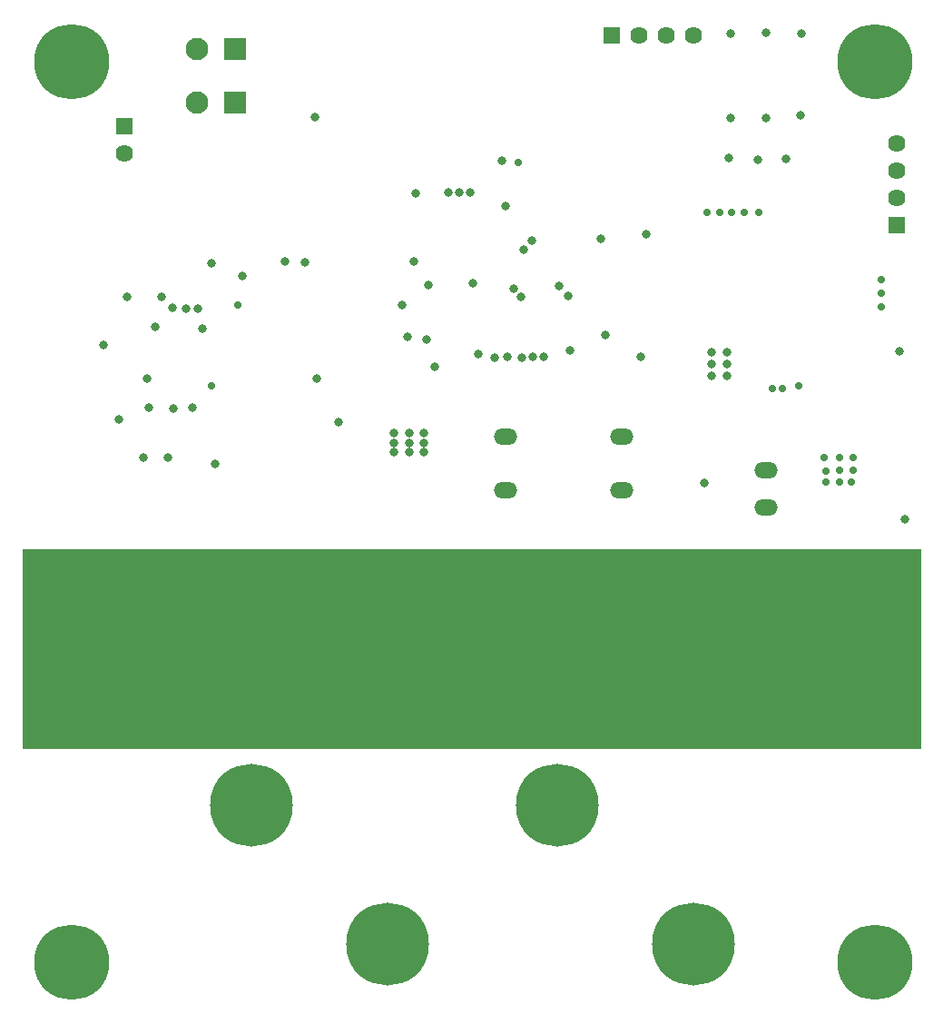
<source format=gbs>
G04*
G04 #@! TF.GenerationSoftware,Altium Limited,Altium Designer,20.2.6 (244)*
G04*
G04 Layer_Color=16711935*
%FSLAX25Y25*%
%MOIN*%
G70*
G04*
G04 #@! TF.SameCoordinates,8FED6943-84A2-46AE-932A-9FA205965DA7*
G04*
G04*
G04 #@! TF.FilePolarity,Negative*
G04*
G01*
G75*
%ADD89C,0.06394*%
%ADD90R,0.06394X0.06394*%
%ADD91R,0.06394X0.06394*%
%ADD92C,0.30394*%
%ADD93C,0.08268*%
%ADD94R,0.08268X0.08268*%
%ADD95O,0.08661X0.05906*%
%ADD96C,0.27559*%
%ADD97C,0.02756*%
%ADD98C,0.03150*%
%ADD116R,3.30000X0.73500*%
D89*
X80787Y357283D02*
D03*
X60787D02*
D03*
X70787D02*
D03*
X155500Y307500D02*
D03*
Y297500D02*
D03*
Y317500D02*
D03*
X-128000Y314000D02*
D03*
D90*
X50787Y357283D02*
D03*
D91*
X155500Y287500D02*
D03*
X-128000Y324000D02*
D03*
D92*
X-81500Y74700D02*
D03*
X-31500Y23500D02*
D03*
X81000D02*
D03*
X31000Y74700D02*
D03*
D93*
X-101279Y332565D02*
D03*
Y352250D02*
D03*
D94*
X-87500Y332565D02*
D03*
Y352250D02*
D03*
D95*
X107500Y183970D02*
D03*
Y197750D02*
D03*
X54500Y210092D02*
D03*
Y190408D02*
D03*
X12000Y210092D02*
D03*
Y190408D02*
D03*
D96*
X-147500Y17000D02*
D03*
Y347500D02*
D03*
X147500D02*
D03*
Y17000D02*
D03*
D97*
X16732Y310630D02*
D03*
X110000Y227750D02*
D03*
X-96012Y228486D02*
D03*
X119500Y228750D02*
D03*
X150000Y267750D02*
D03*
X139000Y193250D02*
D03*
X134500D02*
D03*
Y197750D02*
D03*
X139500D02*
D03*
X129500Y193250D02*
D03*
X129000Y202250D02*
D03*
X134500D02*
D03*
X139500D02*
D03*
X-86500Y258250D02*
D03*
X129500Y197250D02*
D03*
X121500Y125250D02*
D03*
X29000Y128750D02*
D03*
X59500Y127750D02*
D03*
X-135000Y150750D02*
D03*
X-50000Y151250D02*
D03*
X105000Y292250D02*
D03*
X90500D02*
D03*
X99500D02*
D03*
X95000D02*
D03*
X86000D02*
D03*
X113500Y227750D02*
D03*
X150000Y257750D02*
D03*
Y262750D02*
D03*
D98*
X-119669Y231250D02*
D03*
X-121063Y202165D02*
D03*
X-135827Y243701D02*
D03*
X46815Y282515D02*
D03*
X-110000Y220250D02*
D03*
X107677Y358268D02*
D03*
X145500Y110500D02*
D03*
X-31500Y137500D02*
D03*
Y141250D02*
D03*
Y144750D02*
D03*
X54500Y142250D02*
D03*
X-32000Y134000D02*
D03*
X-36500D02*
D03*
X-41000D02*
D03*
X-45000D02*
D03*
X94437Y327043D02*
D03*
X10531Y311122D02*
D03*
X-94850Y199955D02*
D03*
X-57500Y231364D02*
D03*
X-69000Y274278D02*
D03*
X12000Y294750D02*
D03*
X-14000Y235750D02*
D03*
X-1000Y299750D02*
D03*
X18596Y278750D02*
D03*
X-84728Y268872D02*
D03*
X-96000Y273750D02*
D03*
X114764Y311811D02*
D03*
X104500Y311750D02*
D03*
X0Y266250D02*
D03*
X-129921Y216142D02*
D03*
X120276Y328091D02*
D03*
X34825Y261575D02*
D03*
X-114500Y261250D02*
D03*
X-116732Y250197D02*
D03*
X93898Y312205D02*
D03*
X-110500Y257250D02*
D03*
X-58000Y327250D02*
D03*
X17500Y261250D02*
D03*
X15000Y264250D02*
D03*
X21500Y282022D02*
D03*
X-17000Y245750D02*
D03*
X-24000Y246750D02*
D03*
X31497Y265199D02*
D03*
X2000Y240250D02*
D03*
X22036Y239214D02*
D03*
X26000Y239250D02*
D03*
X145000Y125750D02*
D03*
X-105500Y256782D02*
D03*
X-101000D02*
D03*
X-49500Y215250D02*
D03*
X50000Y138250D02*
D03*
X45500D02*
D03*
X41000Y142250D02*
D03*
Y138250D02*
D03*
X-99500Y249552D02*
D03*
X-29000Y211250D02*
D03*
X-23500D02*
D03*
X-18000D02*
D03*
X-29000Y207750D02*
D03*
X-23500D02*
D03*
X-29000Y204250D02*
D03*
X-23500D02*
D03*
X-18000Y207750D02*
D03*
X-103000Y220750D02*
D03*
X-119000D02*
D03*
X107677Y326938D02*
D03*
X63500Y284250D02*
D03*
X-21894Y274250D02*
D03*
X-45000Y141250D02*
D03*
X45000Y142250D02*
D03*
X32000Y113750D02*
D03*
Y119250D02*
D03*
X158500Y179750D02*
D03*
X-127000Y261250D02*
D03*
X-16500Y265750D02*
D03*
X-112000Y202250D02*
D03*
X-18000Y204250D02*
D03*
X48500Y247250D02*
D03*
X85000Y192971D02*
D03*
X156500Y241250D02*
D03*
X-21000Y299250D02*
D03*
X-26000Y258250D02*
D03*
X54000Y146250D02*
D03*
X50000Y145750D02*
D03*
X54500Y138250D02*
D03*
X50000Y142250D02*
D03*
X45000Y145750D02*
D03*
X40500D02*
D03*
X-36500Y141250D02*
D03*
Y137500D02*
D03*
X12634Y239116D02*
D03*
X17769Y239017D02*
D03*
X7846Y239026D02*
D03*
X-45000Y137500D02*
D03*
X-41000Y141250D02*
D03*
X-36500Y144750D02*
D03*
X-41000D02*
D03*
X-45000D02*
D03*
X-5000Y299750D02*
D03*
X-9000D02*
D03*
X61500Y239250D02*
D03*
X35500Y241750D02*
D03*
X137000Y165750D02*
D03*
X-61760Y273805D02*
D03*
X120472Y358071D02*
D03*
X94488D02*
D03*
X-130000Y134250D02*
D03*
X-125500D02*
D03*
X-121500D02*
D03*
X-116500Y133750D02*
D03*
X-130000Y138250D02*
D03*
X-125500D02*
D03*
X-121500D02*
D03*
X-116500D02*
D03*
Y142750D02*
D03*
X-121500D02*
D03*
X-125500D02*
D03*
X-130000D02*
D03*
X139000Y110750D02*
D03*
X132500Y110250D02*
D03*
X126500D02*
D03*
X119500D02*
D03*
X145500Y116250D02*
D03*
X139000D02*
D03*
X132500D02*
D03*
X126500D02*
D03*
X119500D02*
D03*
X60000Y113750D02*
D03*
X53000D02*
D03*
X45500D02*
D03*
X38500D02*
D03*
X60000Y119250D02*
D03*
X53000D02*
D03*
X45500D02*
D03*
X38500D02*
D03*
X140328Y133913D02*
D03*
X135500Y133750D02*
D03*
X131000D02*
D03*
X127000D02*
D03*
X140000Y138250D02*
D03*
X135500D02*
D03*
X131000D02*
D03*
X127000D02*
D03*
X131000Y142250D02*
D03*
X140000D02*
D03*
X135500D02*
D03*
X127000D02*
D03*
X-41000Y137500D02*
D03*
X93256Y241017D02*
D03*
X87744D02*
D03*
Y236686D02*
D03*
X93256D02*
D03*
Y232355D02*
D03*
X87744D02*
D03*
D116*
X-500Y132000D02*
D03*
M02*

</source>
